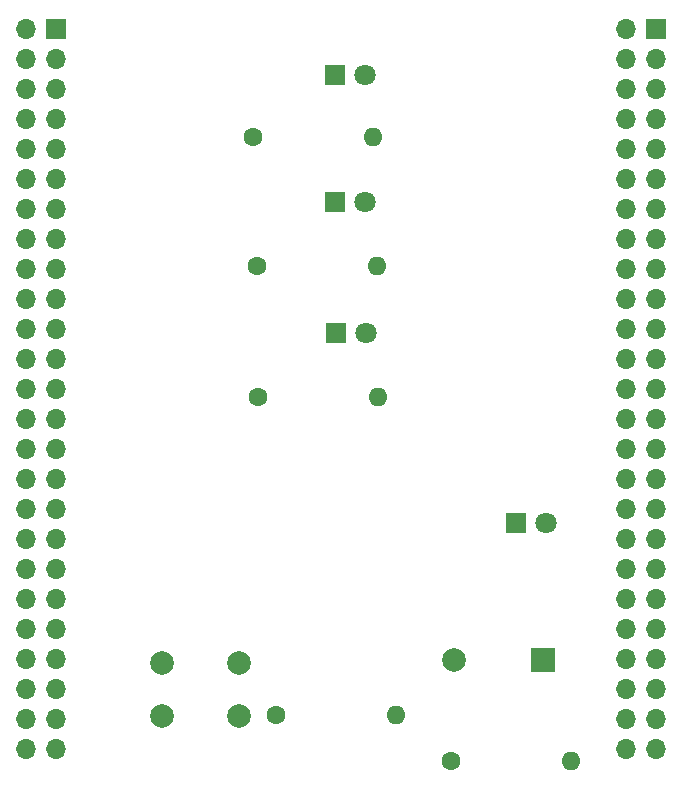
<source format=gbr>
%TF.GenerationSoftware,KiCad,Pcbnew,(7.0.0-0)*%
%TF.CreationDate,2023-05-30T21:51:57-06:00*%
%TF.ProjectId,Phase D PCB,50686173-6520-4442-9050-43422e6b6963,rev?*%
%TF.SameCoordinates,Original*%
%TF.FileFunction,Soldermask,Top*%
%TF.FilePolarity,Negative*%
%FSLAX46Y46*%
G04 Gerber Fmt 4.6, Leading zero omitted, Abs format (unit mm)*
G04 Created by KiCad (PCBNEW (7.0.0-0)) date 2023-05-30 21:51:57*
%MOMM*%
%LPD*%
G01*
G04 APERTURE LIST*
%ADD10R,1.700000X1.700000*%
%ADD11O,1.700000X1.700000*%
%ADD12R,1.800000X1.800000*%
%ADD13C,1.800000*%
%ADD14C,1.600000*%
%ADD15O,1.600000X1.600000*%
%ADD16C,2.000000*%
%ADD17R,2.000000X2.000000*%
G04 APERTURE END LIST*
D10*
%TO.C,J2*%
X170152399Y-59136199D03*
D11*
X167612399Y-59136199D03*
X170152399Y-61676199D03*
X167612399Y-61676199D03*
X170152399Y-64216199D03*
X167612399Y-64216199D03*
X170152399Y-66756199D03*
X167612399Y-66756199D03*
X170152399Y-69296199D03*
X167612399Y-69296199D03*
X170152399Y-71836199D03*
X167612399Y-71836199D03*
X170152399Y-74376199D03*
X167612399Y-74376199D03*
X170152399Y-76916199D03*
X167612399Y-76916199D03*
X170152399Y-79456199D03*
X167612399Y-79456199D03*
X170152399Y-81996199D03*
X167612399Y-81996199D03*
X170152399Y-84536199D03*
X167612399Y-84536199D03*
X170152399Y-87076199D03*
X167612399Y-87076199D03*
X170152399Y-89616199D03*
X167612399Y-89616199D03*
X170152399Y-92156199D03*
X167612399Y-92156199D03*
X170152399Y-94696199D03*
X167612399Y-94696199D03*
X170152399Y-97236199D03*
X167612399Y-97236199D03*
X170152399Y-99776199D03*
X167612399Y-99776199D03*
X170152399Y-102316199D03*
X167612399Y-102316199D03*
X170152399Y-104856199D03*
X167612399Y-104856199D03*
X170152399Y-107396199D03*
X167612399Y-107396199D03*
X170152399Y-109936199D03*
X167612399Y-109936199D03*
X170152399Y-112476199D03*
X167612399Y-112476199D03*
X170152399Y-115016199D03*
X167612399Y-115016199D03*
X170152399Y-117556199D03*
X167612399Y-117556199D03*
X170152399Y-120096199D03*
X167612399Y-120096199D03*
%TD*%
D12*
%TO.C,D1*%
X142959999Y-62999999D03*
D13*
X145500000Y-63000000D03*
%TD*%
D12*
%TO.C,D2*%
X142924999Y-73799999D03*
D13*
X145465000Y-73800000D03*
%TD*%
D12*
%TO.C,D3*%
X143059999Y-84899999D03*
D13*
X145600000Y-84900000D03*
%TD*%
D14*
%TO.C,R3*%
X136420000Y-90300000D03*
D15*
X146579999Y-90299999D03*
%TD*%
D16*
%TO.C,SW1*%
X128350000Y-112850000D03*
X134850000Y-112850000D03*
X128350000Y-117350000D03*
X134850000Y-117350000D03*
%TD*%
D17*
%TO.C,LS1*%
X160599999Y-112599999D03*
D16*
X153000000Y-112600000D03*
%TD*%
D10*
%TO.C,J1*%
X119362399Y-59116199D03*
D11*
X116822399Y-59116199D03*
X119362399Y-61656199D03*
X116822399Y-61656199D03*
X119362399Y-64196199D03*
X116822399Y-64196199D03*
X119362399Y-66736199D03*
X116822399Y-66736199D03*
X119362399Y-69276199D03*
X116822399Y-69276199D03*
X119362399Y-71816199D03*
X116822399Y-71816199D03*
X119362399Y-74356199D03*
X116822399Y-74356199D03*
X119362399Y-76896199D03*
X116822399Y-76896199D03*
X119362399Y-79436199D03*
X116822399Y-79436199D03*
X119362399Y-81976199D03*
X116822399Y-81976199D03*
X119362399Y-84516199D03*
X116822399Y-84516199D03*
X119362399Y-87056199D03*
X116822399Y-87056199D03*
X119362399Y-89596199D03*
X116822399Y-89596199D03*
X119362399Y-92136199D03*
X116822399Y-92136199D03*
X119362399Y-94676199D03*
X116822399Y-94676199D03*
X119362399Y-97216199D03*
X116822399Y-97216199D03*
X119362399Y-99756199D03*
X116822399Y-99756199D03*
X119362399Y-102296199D03*
X116822399Y-102296199D03*
X119362399Y-104836199D03*
X116822399Y-104836199D03*
X119362399Y-107376199D03*
X116822399Y-107376199D03*
X119362399Y-109916199D03*
X116822399Y-109916199D03*
X119362399Y-112456199D03*
X116822399Y-112456199D03*
X119362399Y-114996199D03*
X116822399Y-114996199D03*
X119362399Y-117536199D03*
X116822399Y-117536199D03*
X119362399Y-120076199D03*
X116822399Y-120076199D03*
%TD*%
D14*
%TO.C,R5*%
X152740000Y-121100000D03*
D15*
X162899999Y-121099999D03*
%TD*%
D12*
%TO.C,D4*%
X158259999Y-100999999D03*
D13*
X160800000Y-101000000D03*
%TD*%
D14*
%TO.C,R2*%
X136340000Y-79200000D03*
D15*
X146499999Y-79199999D03*
%TD*%
D14*
%TO.C,R1*%
X136040000Y-68300000D03*
D15*
X146199999Y-68299999D03*
%TD*%
D14*
%TO.C,R4*%
X137940000Y-117200000D03*
D15*
X148099999Y-117199999D03*
%TD*%
M02*

</source>
